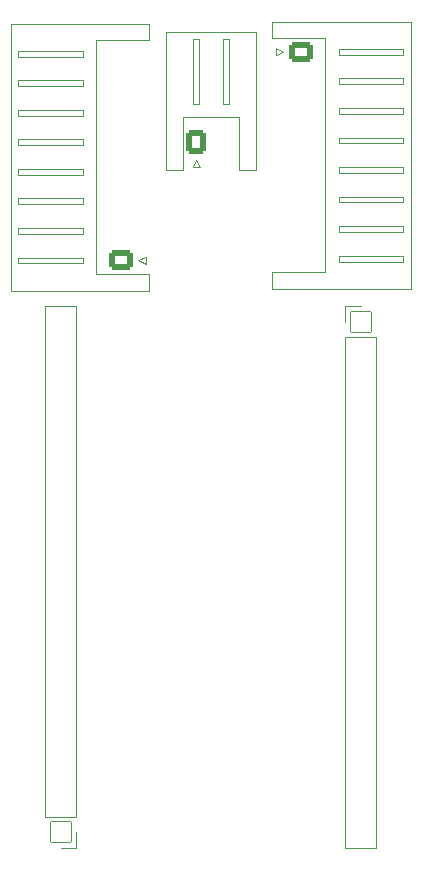
<source format=gbr>
G04 #@! TF.GenerationSoftware,KiCad,Pcbnew,8.0.8*
G04 #@! TF.CreationDate,2025-03-16T16:25:50-04:00*
G04 #@! TF.ProjectId,Combined_PCB,436f6d62-696e-4656-945f-5043422e6b69,1*
G04 #@! TF.SameCoordinates,Original*
G04 #@! TF.FileFunction,Legend,Bot*
G04 #@! TF.FilePolarity,Positive*
%FSLAX46Y46*%
G04 Gerber Fmt 4.6, Leading zero omitted, Abs format (unit mm)*
G04 Created by KiCad (PCBNEW 8.0.8) date 2025-03-16 16:25:50*
%MOMM*%
%LPD*%
G01*
G04 APERTURE LIST*
G04 Aperture macros list*
%AMRoundRect*
0 Rectangle with rounded corners*
0 $1 Rounding radius*
0 $2 $3 $4 $5 $6 $7 $8 $9 X,Y pos of 4 corners*
0 Add a 4 corners polygon primitive as box body*
4,1,4,$2,$3,$4,$5,$6,$7,$8,$9,$2,$3,0*
0 Add four circle primitives for the rounded corners*
1,1,$1+$1,$2,$3*
1,1,$1+$1,$4,$5*
1,1,$1+$1,$6,$7*
1,1,$1+$1,$8,$9*
0 Add four rect primitives between the rounded corners*
20,1,$1+$1,$2,$3,$4,$5,0*
20,1,$1+$1,$4,$5,$6,$7,0*
20,1,$1+$1,$6,$7,$8,$9,0*
20,1,$1+$1,$8,$9,$2,$3,0*%
G04 Aperture macros list end*
%ADD10C,0.120000*%
%ADD11RoundRect,0.038000X-0.850000X-0.850000X0.850000X-0.850000X0.850000X0.850000X-0.850000X0.850000X0*%
%ADD12O,1.776000X1.776000*%
%ADD13RoundRect,0.261177X-0.626823X-0.776823X0.626823X-0.776823X0.626823X0.776823X-0.626823X0.776823X0*%
%ADD14O,1.776000X2.076000*%
%ADD15RoundRect,0.038000X0.850000X0.850000X-0.850000X0.850000X-0.850000X-0.850000X0.850000X-0.850000X0*%
%ADD16RoundRect,0.261177X-0.751823X0.626823X-0.751823X-0.626823X0.751823X-0.626823X0.751823X0.626823X0*%
%ADD17O,2.026000X1.776000*%
%ADD18RoundRect,0.261177X0.751823X-0.626823X0.751823X0.626823X-0.751823X0.626823X-0.751823X-0.626823X0*%
G04 APERTURE END LIST*
D10*
X105350000Y-46930000D02*
X105350000Y-90170000D01*
X108010000Y-46930000D02*
X105350000Y-46930000D01*
X108010000Y-46930000D02*
X108010000Y-90170000D01*
X108010000Y-90170000D02*
X105350000Y-90170000D01*
X108010000Y-91440000D02*
X108010000Y-92770000D01*
X108010000Y-92770000D02*
X106680000Y-92770000D01*
X115590000Y-23710000D02*
X119400000Y-23710000D01*
X115590000Y-35430000D02*
X115590000Y-23710000D01*
X117010000Y-30930000D02*
X117010000Y-35430000D01*
X117010000Y-35430000D02*
X115590000Y-35430000D01*
X117850000Y-35120000D02*
X118150000Y-34520000D01*
X117900000Y-24320000D02*
X117900000Y-29820000D01*
X117900000Y-29820000D02*
X118400000Y-29820000D01*
X118150000Y-34520000D02*
X118450000Y-35120000D01*
X118400000Y-24320000D02*
X117900000Y-24320000D01*
X118400000Y-29820000D02*
X118400000Y-24320000D01*
X118450000Y-35120000D02*
X117850000Y-35120000D01*
X119400000Y-30930000D02*
X117010000Y-30930000D01*
X119400000Y-30930000D02*
X121790000Y-30930000D01*
X120400000Y-24320000D02*
X120400000Y-29820000D01*
X120400000Y-29820000D02*
X120900000Y-29820000D01*
X120900000Y-24320000D02*
X120400000Y-24320000D01*
X120900000Y-29820000D02*
X120900000Y-24320000D01*
X121790000Y-30930000D02*
X121790000Y-35430000D01*
X121790000Y-35430000D02*
X123210000Y-35430000D01*
X123210000Y-23710000D02*
X119400000Y-23710000D01*
X123210000Y-35430000D02*
X123210000Y-23710000D01*
X130750000Y-46930000D02*
X132080000Y-46930000D01*
X130750000Y-48260000D02*
X130750000Y-46930000D01*
X130750000Y-49530000D02*
X133410000Y-49530000D01*
X130750000Y-92770000D02*
X130750000Y-49530000D01*
X130750000Y-92770000D02*
X133410000Y-92770000D01*
X133410000Y-92770000D02*
X133410000Y-49530000D01*
X124590002Y-22840000D02*
X136310002Y-22840000D01*
X124590002Y-24260000D02*
X124590002Y-22840000D01*
X124590002Y-44040000D02*
X124590002Y-45460000D01*
X124590002Y-45460000D02*
X136310002Y-45460000D01*
X124900002Y-25100000D02*
X125500002Y-25400000D01*
X124900002Y-25700000D02*
X124900002Y-25100000D01*
X125500002Y-25400000D02*
X124900002Y-25700000D01*
X129090002Y-24260000D02*
X124590002Y-24260000D01*
X129090002Y-34150000D02*
X129090002Y-24260000D01*
X129090002Y-34150000D02*
X129090002Y-44040000D01*
X129090002Y-44040000D02*
X124590002Y-44040000D01*
X130200002Y-25150000D02*
X130200002Y-25650000D01*
X130200002Y-25650000D02*
X135700002Y-25650000D01*
X130200002Y-27650000D02*
X130200002Y-28150000D01*
X130200002Y-28150000D02*
X135700002Y-28150000D01*
X130200002Y-30150000D02*
X130200002Y-30650000D01*
X130200002Y-30650000D02*
X135700002Y-30650000D01*
X130200002Y-32650000D02*
X130200002Y-33150000D01*
X130200002Y-33150000D02*
X135700002Y-33150000D01*
X130200002Y-35150000D02*
X130200002Y-35650000D01*
X130200002Y-35650000D02*
X135700002Y-35650000D01*
X130200002Y-37650000D02*
X130200002Y-38150000D01*
X130200002Y-38150000D02*
X135700002Y-38150000D01*
X130200002Y-40150000D02*
X130200002Y-40650000D01*
X130200002Y-40650000D02*
X135700002Y-40650000D01*
X130200002Y-42650000D02*
X130200002Y-43150000D01*
X130200002Y-43150000D02*
X135700002Y-43150000D01*
X135700002Y-25150000D02*
X130200002Y-25150000D01*
X135700002Y-25650000D02*
X135700002Y-25150000D01*
X135700002Y-27650000D02*
X130200002Y-27650000D01*
X135700002Y-28150000D02*
X135700002Y-27650000D01*
X135700002Y-30150000D02*
X130200002Y-30150000D01*
X135700002Y-30650000D02*
X135700002Y-30150000D01*
X135700002Y-32650000D02*
X130200002Y-32650000D01*
X135700002Y-33150000D02*
X135700002Y-32650000D01*
X135700002Y-35150000D02*
X130200002Y-35150000D01*
X135700002Y-35650000D02*
X135700002Y-35150000D01*
X135700002Y-37650000D02*
X130200002Y-37650000D01*
X135700002Y-38150000D02*
X135700002Y-37650000D01*
X135700002Y-40150000D02*
X130200002Y-40150000D01*
X135700002Y-40650000D02*
X135700002Y-40150000D01*
X135700002Y-42650000D02*
X130200002Y-42650000D01*
X135700002Y-43150000D02*
X135700002Y-42650000D01*
X136310002Y-22840000D02*
X136310002Y-34150000D01*
X136310002Y-45460000D02*
X136310002Y-34150000D01*
X102450000Y-23000000D02*
X102450000Y-34310000D01*
X102450000Y-45620000D02*
X102450000Y-34310000D01*
X103060000Y-25310000D02*
X103060000Y-25810000D01*
X103060000Y-25810000D02*
X108560000Y-25810000D01*
X103060000Y-27810000D02*
X103060000Y-28310000D01*
X103060000Y-28310000D02*
X108560000Y-28310000D01*
X103060000Y-30310000D02*
X103060000Y-30810000D01*
X103060000Y-30810000D02*
X108560000Y-30810000D01*
X103060000Y-32810000D02*
X103060000Y-33310000D01*
X103060000Y-33310000D02*
X108560000Y-33310000D01*
X103060000Y-35310000D02*
X103060000Y-35810000D01*
X103060000Y-35810000D02*
X108560000Y-35810000D01*
X103060000Y-37810000D02*
X103060000Y-38310000D01*
X103060000Y-38310000D02*
X108560000Y-38310000D01*
X103060000Y-40310000D02*
X103060000Y-40810000D01*
X103060000Y-40810000D02*
X108560000Y-40810000D01*
X103060000Y-42810000D02*
X103060000Y-43310000D01*
X103060000Y-43310000D02*
X108560000Y-43310000D01*
X108560000Y-25310000D02*
X103060000Y-25310000D01*
X108560000Y-25810000D02*
X108560000Y-25310000D01*
X108560000Y-27810000D02*
X103060000Y-27810000D01*
X108560000Y-28310000D02*
X108560000Y-27810000D01*
X108560000Y-30310000D02*
X103060000Y-30310000D01*
X108560000Y-30810000D02*
X108560000Y-30310000D01*
X108560000Y-32810000D02*
X103060000Y-32810000D01*
X108560000Y-33310000D02*
X108560000Y-32810000D01*
X108560000Y-35310000D02*
X103060000Y-35310000D01*
X108560000Y-35810000D02*
X108560000Y-35310000D01*
X108560000Y-37810000D02*
X103060000Y-37810000D01*
X108560000Y-38310000D02*
X108560000Y-37810000D01*
X108560000Y-40310000D02*
X103060000Y-40310000D01*
X108560000Y-40810000D02*
X108560000Y-40310000D01*
X108560000Y-42810000D02*
X103060000Y-42810000D01*
X108560000Y-43310000D02*
X108560000Y-42810000D01*
X109670000Y-24420000D02*
X114170000Y-24420000D01*
X109670000Y-34310000D02*
X109670000Y-24420000D01*
X109670000Y-34310000D02*
X109670000Y-44200000D01*
X109670000Y-44200000D02*
X114170000Y-44200000D01*
X113260000Y-43060000D02*
X113860000Y-42760000D01*
X113860000Y-42760000D02*
X113860000Y-43360000D01*
X113860000Y-43360000D02*
X113260000Y-43060000D01*
X114170000Y-23000000D02*
X102450000Y-23000000D01*
X114170000Y-24420000D02*
X114170000Y-23000000D01*
X114170000Y-44200000D02*
X114170000Y-45620000D01*
X114170000Y-45620000D02*
X102450000Y-45620000D01*
%LPC*%
D11*
X106680000Y-91440000D03*
D12*
X106680000Y-88900000D03*
X106680000Y-86360000D03*
X106680000Y-83820000D03*
X106680000Y-81280000D03*
X106680000Y-78740000D03*
X106680000Y-76200000D03*
X106680000Y-73660000D03*
X106680000Y-71120000D03*
X106680000Y-68580000D03*
X106680000Y-66040000D03*
X106680000Y-63500000D03*
X106680000Y-60960000D03*
X106680000Y-58420000D03*
X106680000Y-55880000D03*
X106680000Y-53340000D03*
X106680000Y-50800000D03*
X106680000Y-48260000D03*
D13*
X118150000Y-33020000D03*
D14*
X120650000Y-33020000D03*
D15*
X132080000Y-48260000D03*
D12*
X132080000Y-50800000D03*
X132080000Y-53340000D03*
X132080000Y-55880000D03*
X132080000Y-58420000D03*
X132080000Y-60960000D03*
X132080000Y-63500000D03*
X132080000Y-66040000D03*
X132080000Y-68580000D03*
X132080000Y-71120000D03*
X132080000Y-73660000D03*
X132080000Y-76200000D03*
X132080000Y-78740000D03*
X132080000Y-81280000D03*
X132080000Y-83820000D03*
X132080000Y-86360000D03*
X132080000Y-88900000D03*
X132080000Y-91440000D03*
D16*
X127000002Y-25400000D03*
D17*
X127000002Y-27900000D03*
X127000002Y-30400000D03*
X127000002Y-32900000D03*
X127000002Y-35400000D03*
X127000002Y-37900000D03*
X127000002Y-40400000D03*
X127000002Y-42900000D03*
D18*
X111760000Y-43060000D03*
D17*
X111760000Y-40560000D03*
X111760000Y-38060000D03*
X111760000Y-35560000D03*
X111760000Y-33060000D03*
X111760000Y-30560000D03*
X111760000Y-28060000D03*
X111760000Y-25560000D03*
%LPD*%
M02*

</source>
